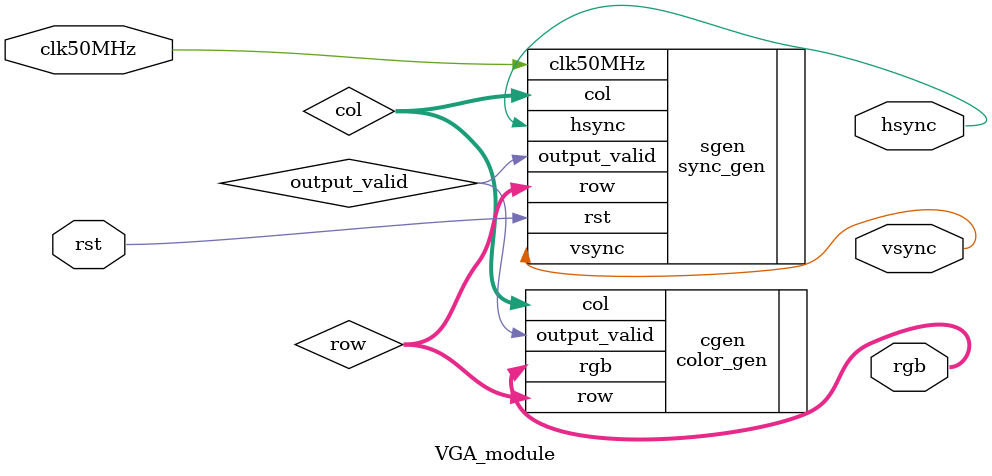
<source format=v>
`timescale 1ns/100ps 

module VGA_module(rgb, vsync, hsync, clk50MHz, rst);

input clk50MHz;
input rst;

output [7:0] rgb;
output vsync;
output hsync;

wire output_valid;

wire [10:0] row;
wire [10:0] col;

sync_gen sgen(.clk50MHz(clk50MHz), .vsync(vsync), .hsync(hsync), .output_valid(output_valid), .rst(rst), .col(col), .row(row));
color_gen cgen(.row(row), .col(col), .rgb(rgb), .output_valid(output_valid));


endmodule

</source>
